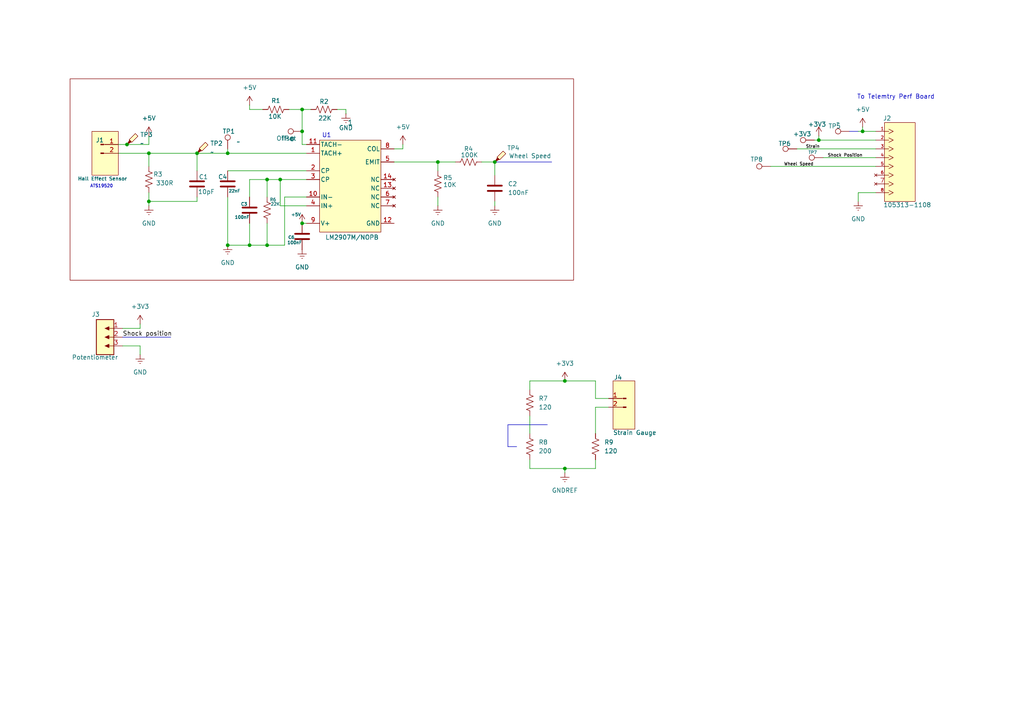
<source format=kicad_sch>
(kicad_sch (version 20231120) (generator "eeschema") (generator_version "8.0")
  (paper "A4")
  (lib_symbols
    (symbol "Conn_01x02_Pin_1" (pin_names (offset 1.016) hide)
      (property "Reference" "J4" (at 3.556 -8.636 0))
      (property "Value" "Strain Gauge" (at 3.81 7.366 0))
      (symbol "Conn_01x02_Pin_1_1_1"
        (polyline (pts (xy 1.27 -2.54) (xy 0.8636 -2.54)) (stroke (width 0.1524)))
        (polyline (pts (xy 1.27 0) (xy 0.8636 0)) (stroke (width 0.1524)))
        (rectangle (start 0.8636 -2.413) (end 0 -2.667) (stroke (width 0.1524)) (fill (type outline)))
        (rectangle (start 0.8636 0.127) (end 0 -0.127) (stroke (width 0.1524)) (fill (type outline)))
        (pin passive line (at 5.08 -2.54 180) (length 3.81) (name "Pin_2") (number "1"))
        (pin passive line (at 5.08 0 180) (length 3.81) (name "Pin_1") (number "2"))
      )
    )
    (symbol "Connector:Conn_01x02_Pin" (pin_names (offset 1.016) hide)
      (property "Reference" "J1" (at -0.254 1.27 0))
      (property "Value" "Hall Effect Sensor" (at -0.254 -4.572 0))
      (symbol "Conn_01x02_Pin_1_1"
        (rectangle (start -2.54 3.81) (end 5.08 -8.89) (fill (type background)))
        (polyline (pts (xy 1.27 -2.54) (xy 0.8636 -2.54)) (stroke (width 0.1524)))
        (polyline (pts (xy 1.27 0) (xy 0.8636 0)) (stroke (width 0.1524)))
        (rectangle (start 0.8636 -2.413) (end 0 -2.667) (stroke (width 0.1524)) (fill (type outline)))
        (rectangle (start 0.8636 0.127) (end 0 -0.127) (stroke (width 0.1524)) (fill (type outline)))
        (pin passive line (at 5.08 0 180) (length 3.81) (name "Pin_1") (number "1"))
        (pin passive line (at 5.08 -2.54 180) (length 3.81) (name "Pin_2") (number "2"))
      )
    )
    (symbol "Connector:Conn_01x08_Pin" (pin_names (offset 1.016) hide)
      (property "Reference" "J2" (at 8.382 11.43 0))
      (property "Value" "105313-1108" (at 3.81 -15.24 0))
      (symbol "Conn_01x08_Pin_1_1"
        (rectangle (start 7.62 10.16) (end 16.51 -12.7) (fill (type background)))
        (pin passive clock (at 5.08 7.62 0) (length 3.81) (name "Pin_1") (number "1"))
        (pin passive clock (at 5.08 5.08 0) (length 3.81) (name "Pin_2") (number "2"))
        (pin passive clock (at 5.08 2.54 0) (length 3.81) (name "Pin_3") (number "3"))
        (pin passive clock (at 5.08 0 0) (length 3.81) (name "Pin_4") (number "4"))
        (pin passive clock (at 5.08 -2.54 0) (length 3.81) (name "Pin_5") (number "5"))
        (pin no_connect clock (at 5.08 -5.08 0) (length 3.81) (name "Pin_6") (number "6"))
        (pin no_connect clock (at 5.08 -7.62 0) (length 3.81) (name "Pin_7") (number "7"))
        (pin passive clock (at 5.08 -10.16 0) (length 3.81) (name "Pin_8") (number "8"))
      )
    )
    (symbol "Connector:TestPoint" (pin_numbers hide) (pin_names (offset 0.762) hide)
      (property "Reference" "TP" (at 0 6.858 0))
      (property "Value" "TestPoint" (at 0 5.08 0))
      (symbol "TestPoint_0_1"
        (circle (center 0 3.302) (radius 0.762))
      )
      (symbol "TestPoint_1_1"
        (pin passive line (at 0 0 90) (length 2.54) (name "1") (number "1"))
      )
    )
    (symbol "Connector:TestPoint_Probe" (pin_numbers hide) (pin_names (offset 0.762) hide)
      (property "Reference" "TP" (at 1.651 5.842 0))
      (property "Value" "TestPoint_Probe" (at 1.651 4.064 0))
      (symbol "TestPoint_Probe_0_1"
        (polyline (pts (xy 1.27 0.762) (xy 0 0) (xy 0.762 1.27) (xy 1.27 0.762)) (fill (type outline)))
        (polyline (pts (xy 1.397 0.635) (xy 0.635 1.397) (xy 2.413 3.175) (xy 3.175 2.413) (xy 1.397 0.635)) (fill (type background)))
      )
      (symbol "TestPoint_Probe_1_1"
        (pin passive line (at 0 0 90) (length 0) (name "1") (number "1"))
      )
    )
    (symbol "Device:C" (pin_numbers hide) (pin_names (offset 0.254))
      (property "Reference" "C" (at 0.635 2.54 0))
      (property "Value" "C" (at 0.635 -2.54 0))
      (symbol "C_0_1"
        (polyline (pts (xy -2.032 -0.762) (xy 2.032 -0.762)) (stroke (width 0.508)))
        (polyline (pts (xy -2.032 0.762) (xy 2.032 0.762)) (stroke (width 0.508)))
      )
      (symbol "C_1_1"
        (pin passive line (at 0 3.81 270) (length 2.794) (name "~") (number "1"))
        (pin passive line (at 0 -3.81 90) (length 2.794) (name "~") (number "2"))
      )
    )
    (symbol "Device:R_Potentiometer" (pin_names (offset 1.016) hide)
      (property "Reference" "J3" (at -2.794 7.874 0))
      (property "Value" "R_Potentiometer" (at 2.54 -4.572 0))
      (symbol "R_Potentiometer_0_1"
        (polyline (pts (xy -1.27 -1.27) (xy -0.127 -0.762) (xy -0.127 -1.778) (xy -1.27 -1.27)) (fill (type outline)))
        (polyline (pts (xy -1.27 1.27) (xy -0.127 1.778) (xy -0.127 0.762) (xy -1.27 1.27)) (fill (type outline)))
        (polyline (pts (xy -1.27 3.81) (xy -0.127 4.318) (xy -0.127 3.302) (xy -1.27 3.81)) (fill (type outline)))
      )
      (symbol "R_Potentiometer_1_1"
        (rectangle (start -3.81 6.35) (end 1.27 -3.81) (stroke (width 0.254)) (fill (type background)))
        (pin passive line (at 3.81 3.81 180) (length 3.81) (name "1") (number "1"))
        (pin passive line (at 3.81 1.27 180) (length 3.81) (name "2") (number "2"))
        (pin passive line (at 3.81 -1.27 180) (length 3.81) (name "3") (number "3"))
      )
    )
    (symbol "Device:R_US" (pin_numbers hide) (pin_names (offset 0))
      (property "Reference" "R" (at 2.54 0 90))
      (property "Value" "R_US" (at -2.54 0 90))
      (symbol "R_US_0_1"
        (polyline (pts (xy 0 -2.286) (xy 0 -2.54)))
        (polyline (pts (xy 0 2.286) (xy 0 2.54)))
        (polyline (pts (xy 0 -0.762) (xy 1.016 -1.143) (xy 0 -1.524) (xy -1.016 -1.905) (xy 0 -2.286)))
        (polyline (pts (xy 0 0.762) (xy 1.016 0.381) (xy 0 0) (xy -1.016 -0.381) (xy 0 -0.762)))
        (polyline (pts (xy 0 2.286) (xy 1.016 1.905) (xy 0 1.524) (xy -1.016 1.143) (xy 0 0.762)))
      )
      (symbol "R_US_1_1"
        (pin passive line (at 0 3.81 270) (length 1.27) (name "~") (number "1"))
        (pin passive line (at 0 -3.81 90) (length 1.27) (name "~") (number "2"))
      )
    )
    (symbol "FS_3_Global_Symbol_Library:LM2907M_NOPB" (pin_names (offset 0.254))
      (property "Value" "LM2907M/NOPB" (at 8.636 -5.334 0))
      (symbol "LM2907M_NOPB_1_1"
        (rectangle (start 0 22.86) (end 17.78 -3.81) (fill (type background)))
        (pin input line (at -3.81 19.05 0) (length 3.81) (name "TACH+") (number "1"))
        (pin input line (at -3.81 6.35 0) (length 3.81) (name "IN-") (number "10"))
        (pin input line (at -3.81 21.59 0) (length 3.81) (name "TACH-") (number "11"))
        (pin power_in line (at 21.59 -1.27 180) (length 3.81) (name "GND") (number "12"))
        (pin no_connect line (at 21.59 8.89 180) (length 3.81) (name "NC") (number "13"))
        (pin no_connect line (at 21.59 11.43 180) (length 3.81) (name "NC") (number "14"))
        (pin passive line (at -3.81 13.97 0) (length 3.81) (name "CP") (number "2"))
        (pin passive line (at -3.81 11.43 0) (length 3.81) (name "CP") (number "3"))
        (pin passive line (at -3.81 3.81 0) (length 3.81) (name "IN+") (number "4"))
        (pin passive line (at 21.59 16.51 180) (length 3.81) (name "EMIT") (number "5"))
        (pin no_connect line (at 21.59 6.35 180) (length 3.81) (name "NC") (number "6"))
        (pin no_connect line (at 21.59 3.81 180) (length 3.81) (name "NC") (number "7"))
        (pin passive line (at 21.59 20.32 180) (length 3.81) (name "COL") (number "8"))
        (pin power_in line (at -3.81 -1.27 0) (length 3.81) (name "V+") (number "9"))
      )
    )
    (symbol "power:+3V3" (power) (pin_numbers hide) (pin_names (offset 0) hide)
      (property "Value" "+3V3" (at 0 3.556 0))
      (symbol "+3V3_0_1"
        (polyline (pts (xy -0.762 1.27) (xy 0 2.54)))
        (polyline (pts (xy 0 0) (xy 0 2.54)))
        (polyline (pts (xy 0 2.54) (xy 0.762 1.27)))
      )
      (symbol "+3V3_1_1"
        (pin power_in line (at 0 0 90) (length 0) (name "~") (number "1"))
      )
    )
    (symbol "power:+5V" (power) (pin_numbers hide) (pin_names (offset 0) hide)
      (property "Value" "+5V" (at 0 3.556 0))
      (symbol "+5V_0_1"
        (polyline (pts (xy -0.762 1.27) (xy 0 2.54)))
        (polyline (pts (xy 0 0) (xy 0 2.54)))
        (polyline (pts (xy 0 2.54) (xy 0.762 1.27)))
      )
      (symbol "+5V_1_1"
        (pin power_in line (at 0 0 90) (length 0) (name "~") (number "1"))
      )
    )
    (symbol "power:GNDREF" (power) (pin_numbers hide) (pin_names (offset 0) hide)
      (property "Value" "GNDREF" (at 0 -3.81 0))
      (symbol "GNDREF_0_1"
        (polyline (pts (xy -0.635 -1.905) (xy 0.635 -1.905)))
        (polyline (pts (xy -0.127 -2.54) (xy 0.127 -2.54)))
        (polyline (pts (xy 0 -1.27) (xy 0 0)))
        (polyline (pts (xy 1.27 -1.27) (xy -1.27 -1.27)))
      )
      (symbol "GNDREF_1_1"
        (pin power_in line (at 0 0 270) (length 0) (name "~") (number "1"))
      )
    )
  )
  (junction (at 87.63 38.1))
  (junction (at 66.04 44.45))
  (junction (at 77.47 52.07))
  (junction (at 87.63 64.77))
  (junction (at 43.18 58.42))
  (junction (at 36.83 41.91))
  (junction (at 72.39 71.12))
  (junction (at 66.04 71.12))
  (junction (at 43.18 44.45))
  (junction (at 81.28 52.07))
  (junction (at 163.83 110.49))
  (junction (at 87.63 31.75))
  (junction (at 250.19 38.1))
  (junction (at 143.51 46.99))
  (junction (at 163.83 135.89))
  (junction (at 127 46.99))
  (junction (at 57.15 44.45))
  (junction (at 237.49 40.64))
  (junction (at 77.47 71.12))
  (wire (pts (xy 57.15 44.45) (xy 66.04 44.45)))
  (wire (pts (xy 153.67 110.49) (xy 153.67 113.03)))
  (wire (pts (xy 254 40.64) (xy 237.49 40.64)))
  (wire (pts (xy 43.18 39.37) (xy 43.18 41.91)))
  (wire (pts (xy 77.47 64.77) (xy 77.47 71.12)))
  (wire (pts (xy 143.51 58.42) (xy 143.51 59.69)))
  (polyline (pts (xy 147.32 123.19) (xy 158.75 123.19)))
  (wire (pts (xy 127 57.15) (xy 127 59.69)))
  (polyline (pts (xy 147.32 123.19) (xy 147.32 129.54)))
  (wire (pts (xy 87.63 41.91) (xy 87.63 38.1)))
  (wire (pts (xy 72.39 52.07) (xy 72.39 57.15)))
  (wire (pts (xy 76.2 31.75) (xy 72.39 31.75)))
  (wire (pts (xy 163.83 110.49) (xy 153.67 110.49)))
  (wire (pts (xy 143.51 46.99) (xy 139.7 46.99)))
  (wire (pts (xy 176.53 118.11) (xy 172.72 118.11)))
  (wire (pts (xy 153.67 120.65) (xy 153.67 125.73)))
  (wire (pts (xy 88.9 59.69) (xy 81.28 59.69)))
  (wire (pts (xy 36.83 41.91) (xy 34.29 41.91)))
  (wire (pts (xy 127 46.99) (xy 127 49.53)))
  (wire (pts (xy 248.92 38.1) (xy 250.19 38.1)))
  (wire (pts (xy 237.49 40.64) (xy 237.49 39.37)))
  (wire (pts (xy 116.84 41.91) (xy 116.84 43.18)))
  (wire (pts (xy 72.39 31.75) (xy 72.39 30.48)))
  (wire (pts (xy 77.47 71.12) (xy 82.55 71.12)))
  (wire (pts (xy 40.64 100.33) (xy 40.64 102.87)))
  (wire (pts (xy 127 46.99) (xy 132.08 46.99)))
  (wire (pts (xy 77.47 71.12) (xy 72.39 71.12)))
  (wire (pts (xy 88.9 41.91) (xy 87.63 41.91)))
  (wire (pts (xy 72.39 71.12) (xy 66.04 71.12)))
  (wire (pts (xy 176.53 115.57) (xy 172.72 115.57)))
  (wire (pts (xy 143.51 50.8) (xy 143.51 46.99)))
  (polyline (pts (xy 246.38 38.1) (xy 248.92 38.1)))
  (wire (pts (xy 77.47 52.07) (xy 81.28 52.07)))
  (wire (pts (xy 87.63 31.75) (xy 90.17 31.75)))
  (wire (pts (xy 43.18 58.42) (xy 43.18 59.69)))
  (wire (pts (xy 250.19 38.1) (xy 250.19 36.83)))
  (wire (pts (xy 87.63 64.77) (xy 88.9 64.77)))
  (wire (pts (xy 66.04 57.15) (xy 66.04 71.12)))
  (wire (pts (xy 248.92 55.88) (xy 248.92 58.42)))
  (wire (pts (xy 100.33 31.75) (xy 100.33 33.02)))
  (wire (pts (xy 43.18 41.91) (xy 36.83 41.91)))
  (wire (pts (xy 57.15 58.42) (xy 43.18 58.42)))
  (wire (pts (xy 153.67 135.89) (xy 163.83 135.89)))
  (wire (pts (xy 43.18 48.26) (xy 43.18 44.45)))
  (wire (pts (xy 57.15 44.45) (xy 57.15 49.53)))
  (wire (pts (xy 43.18 44.45) (xy 57.15 44.45)))
  (wire (pts (xy 40.64 93.98) (xy 40.64 95.25)))
  (wire (pts (xy 163.83 135.89) (xy 163.83 137.16)))
  (wire (pts (xy 40.64 95.25) (xy 35.56 95.25)))
  (wire (pts (xy 43.18 44.45) (xy 34.29 44.45)))
  (wire (pts (xy 254 38.1) (xy 250.19 38.1)))
  (wire (pts (xy 57.15 57.15) (xy 57.15 58.42)))
  (wire (pts (xy 236.22 40.64) (xy 237.49 40.64)))
  (polyline (pts (xy 147.32 129.54) (xy 149.86 129.54)))
  (wire (pts (xy 43.18 55.88) (xy 43.18 58.42)))
  (wire (pts (xy 114.3 46.99) (xy 127 46.99)))
  (polyline (pts (xy 35.56 97.79) (xy 49.53 97.79)))
  (wire (pts (xy 238.76 45.72) (xy 254 45.72)))
  (wire (pts (xy 77.47 52.07) (xy 77.47 57.15)))
  (wire (pts (xy 172.72 110.49) (xy 163.83 110.49)))
  (wire (pts (xy 35.56 100.33) (xy 40.64 100.33)))
  (polyline (pts (xy 143.51 46.99) (xy 160.02 46.99)))
  (wire (pts (xy 97.79 31.75) (xy 100.33 31.75)))
  (wire (pts (xy 231.14 43.18) (xy 254 43.18)))
  (wire (pts (xy 254 55.88) (xy 248.92 55.88)))
  (wire (pts (xy 72.39 64.77) (xy 72.39 71.12)))
  (wire (pts (xy 82.55 57.15) (xy 82.55 71.12)))
  (wire (pts (xy 66.04 49.53) (xy 88.9 49.53)))
  (wire (pts (xy 81.28 52.07) (xy 81.28 59.69)))
  (wire (pts (xy 172.72 118.11) (xy 172.72 125.73)))
  (wire (pts (xy 153.67 133.35) (xy 153.67 135.89)))
  (wire (pts (xy 83.82 31.75) (xy 87.63 31.75)))
  (wire (pts (xy 66.04 44.45) (xy 88.9 44.45)))
  (wire (pts (xy 223.52 48.26) (xy 254 48.26)))
  (wire (pts (xy 116.84 43.18) (xy 114.3 43.18)))
  (wire (pts (xy 81.28 52.07) (xy 88.9 52.07)))
  (wire (pts (xy 163.83 135.89) (xy 172.72 135.89)))
  (wire (pts (xy 66.04 44.45) (xy 66.04 43.18)))
  (wire (pts (xy 172.72 115.57) (xy 172.72 110.49)))
  (wire (pts (xy 87.63 31.75) (xy 87.63 38.1)))
  (wire (pts (xy 172.72 133.35) (xy 172.72 135.89)))
  (wire (pts (xy 77.47 52.07) (xy 72.39 52.07)))
  (wire (pts (xy 88.9 57.15) (xy 82.55 57.15)))
  (rectangle (start 177.8 110.49) (end 184.15 124.46) (stroke (width 0) (color 132 0 0 1)) (fill (type color) (color 255 255 194 1)))
  (rectangle (start 20.32 22.86) (end 166.37 81.28) (stroke (width 0) (color 132 0 0 1)))
  (text "ATS19520" (at 29.464 54.102 0) (effects (font (size 0.889 0.889))))
  (text "To Telemtry Perf Board\n" (at 259.842 28.194 0) (effects (font (size 1.27 1.27))))
  (text "U1" (at 94.742 39.37 0) (effects (font (size 1.27 1.27))))
  (label "Shock Position" (at 240.03 45.72 0) (effects (font (size 0.889 0.889))))
  (label "Strain" (at 233.68 43.18 0) (effects (font (size 0.889 0.889))))
  (label "Shock position" (at 35.56 97.79 0))
  (label "Wheel Speed" (at 227.33 48.26 0) (effects (font (size 0.889 0.889))))
  (symbol (lib_id "Connector:TestPoint") (at 66.04 43.18 0) (unit 1)
    (property "Reference" "TP1" (at 64.516 38.1 0) (effects (justify left)))
    (property "Value" "~" (at 68.58 41.1479 0) (effects (justify left)))
    (property "Description" "test point" (effects (hide yes)))
  )
  (symbol (lib_id "power:+5V") (at 116.84 41.91 0) (unit 1)
    (property "Reference" "#PWR05" (effects (hide yes)))
    (property "Value" "+5V" (at 116.84 36.83 0))
    (property "Description" "Power symbol creates a global label with name \"+5V\"" (effects (hide yes)))
  )
  (symbol (lib_id "power:+3V3") (at 163.83 110.49 0) (unit 1)
    (property "Reference" "#PWR016" (effects (hide yes)))
    (property "Value" "+3V3" (at 163.83 105.41 0))
    (property "Description" "Power symbol creates a global label with name \"+3V3\"" (effects (hide yes)))
  )
  (symbol (lib_id "Device:R_US") (at 93.98 31.75 90) (unit 1)
    (property "Reference" "R2" (at 93.98 29.464 90))
    (property "Value" "10K" (at 79.756 33.782 90))
    (property "Description" "Resistor, US symbol" (effects (hide yes)))
  )
  (symbol (lib_id "power:GNDREF") (at 127 59.69 0) (unit 1)
    (property "Reference" "#PWR06" (effects (hide yes)))
    (property "Value" "GND" (at 127 64.77 0))
    (property "Description" "Power symbol creates a global label with name \"GNDREF\" , reference supply ground" (effects (hide yes)))
  )
  (symbol (lib_id "Device:C") (at 72.39 60.96 0) (unit 1)
    (property "Reference" "C3" (at 69.85 59.182 0) (effects (font (size 0.889 0.889)) (justify left)))
    (property "Value" "100nF" (at 68.072 62.992 0) (effects (font (size 0.889 0.889)) (justify left)))
    (property "Description" "Unpolarized capacitor" (effects (hide yes)))
  )
  (symbol (lib_id "Device:R_US") (at 77.47 60.96 0) (unit 1)
    (property "Reference" "R6" (at 78.232 57.912 0) (effects (font (size 0.889 0.889)) (justify left)))
    (property "Value" "22K" (at 78.486 59.182 0) (effects (font (size 0.889 0.889)) (justify left)))
    (property "Description" "Resistor, US symbol" (effects (hide yes)))
  )
  (symbol (lib_id "Connector:TestPoint") (at 236.22 40.64 90) (unit 1)
    (property "Reference" "+3V3" (at 232.664 38.862 90))
    (property "Value" "TestPoint" (effects (hide yes)))
    (property "Description" "test point" (effects (hide yes)))
  )
  (symbol (lib_id "Connector:TestPoint") (at 87.63 38.1 90) (unit 1)
    (property "Reference" "TP@" (at 83.566 40.132 90))
    (property "Value" "Offset" (at 83.058 40.132 90))
    (property "Description" "test point" (effects (hide yes)))
  )
  (symbol (lib_id "power:GNDREF") (at 66.04 71.12 0) (unit 1)
    (property "Reference" "#PWR010" (effects (hide yes)))
    (property "Value" "GND" (at 66.04 76.2 0))
    (property "Description" "Power symbol creates a global label with name \"GNDREF\" , reference supply ground" (effects (hide yes)))
  )
  (symbol (lib_id "Device:C") (at 57.15 53.34 0) (unit 1)
    (property "Reference" "C1" (at 57.658 51.308 0) (effects (justify left)))
    (property "Value" "10pF" (at 57.404 55.626 0) (effects (justify left)))
    (property "Description" "Unpolarized capacitor" (effects (hide yes)))
  )
  (symbol (lib_id "Device:R_US") (at 172.72 129.54 0) (unit 1)
    (property "Reference" "R9" (at 175.26 128.2699 0) (effects (justify left)))
    (property "Value" "120" (at 175.26 130.8099 0) (effects (justify left)))
    (property "Description" "Resistor, US symbol" (effects (hide yes)))
  )
  (symbol (lib_id "Connector:Conn_01x08_Pin") (at 248.92 45.72 0) (unit 1)
    (property "Reference" "J2" (at 257.302 34.29 0))
    (property "Value" "105313-1108" (at 263.144 59.436 0))
  )
  (symbol (lib_id "Connector:TestPoint") (at 223.52 48.26 90) (unit 1)
    (property "Reference" "TP8" (at 219.456 46.228 90))
    (property "Value" "TestPoint" (effects (hide yes)))
    (property "Description" "test point" (effects (hide yes)))
  )
  (symbol (lib_id "power:+5V") (at 87.63 64.77 0) (unit 1)
    (property "Reference" "#PWR08" (effects (hide yes)))
    (property "Value" "+5V" (at 85.852 62.23 0) (effects (font (size 0.889 0.889))))
    (property "Description" "Power symbol creates a global label with name \"+5V\"" (effects (hide yes)))
  )
  (symbol (lib_id "Device:R_US") (at 43.18 52.07 0) (unit 1)
    (property "Reference" "R3" (at 44.45 50.546 0) (effects (justify left)))
    (property "Value" "330R" (at 45.212 53.086 0) (effects (justify left)))
    (property "Description" "Resistor, US symbol" (effects (hide yes)))
  )
  (symbol (lib_id "Device:C") (at 66.04 53.34 0) (unit 1)
    (property "Reference" "C4" (at 63.246 51.308 0) (effects (justify left)))
    (property "Value" "22nF" (at 66.294 55.372 0) (effects (font (size 0.889 0.889)) (justify left)))
    (property "Description" "Unpolarized capacitor" (effects (hide yes)))
  )
  (symbol (lib_id "Connector:TestPoint") (at 231.14 43.18 90) (unit 1)
    (property "Reference" "TP6" (at 227.584 41.656 90))
    (property "Value" "TestPoint" (effects (hide yes)))
    (property "Description" "test point" (effects (hide yes)))
  )
  (symbol (lib_id "Device:R_US") (at 135.89 46.99 90) (unit 1)
    (property "Reference" "R4" (at 135.89 43.18 90))
    (property "Value" "100K" (at 136.144 44.958 90))
    (property "Description" "Resistor, US symbol" (effects (hide yes)))
  )
  (symbol (lib_id "power:GNDREF") (at 43.18 59.69 0) (unit 1)
    (property "Reference" "#PWR02" (effects (hide yes)))
    (property "Value" "GND" (at 43.18 64.77 0))
    (property "Description" "Power symbol creates a global label with name \"GNDREF\" , reference supply ground" (effects (hide yes)))
  )
  (symbol (lib_name "Conn_01x02_Pin_1") (lib_id "Connector:Conn_01x02_Pin") (at 181.61 118.11 180) (unit 1)
    (property "Reference" "J4" (at 178.054 109.474 0) (effects (justify right)))
    (property "Value" "Strain Gauge" (at 177.8 125.476 0) (effects (justify right)))
    (property "Description" "Generic connector, single row, 01x02, script generated" (effects (hide yes)))
  )
  (symbol (lib_id "Device:R_US") (at 127 53.34 0) (unit 1)
    (property "Reference" "R5" (at 128.524 51.562 0) (effects (justify left)))
    (property "Value" "10K" (at 128.524 53.594 0) (effects (justify left)))
    (property "Description" "Resistor, US symbol" (effects (hide yes)))
  )
  (symbol (lib_id "power:GNDREF") (at 40.64 102.87 0) (unit 1)
    (property "Reference" "#PWR012" (effects (hide yes)))
    (property "Value" "GND" (at 40.64 107.95 0))
    (property "Description" "Power symbol creates a global label with name \"GNDREF\" , reference supply ground" (effects (hide yes)))
  )
  (symbol (lib_id "power:GNDREF") (at 143.51 59.69 0) (unit 1)
    (property "Reference" "#PWR07" (effects (hide yes)))
    (property "Value" "GND" (at 143.51 64.77 0))
    (property "Description" "Power symbol creates a global label with name \"GNDREF\" , reference supply ground" (effects (hide yes)))
  )
  (symbol (lib_id "Connector:TestPoint") (at 238.76 45.72 90) (unit 1)
    (property "Reference" "TP7" (at 235.712 44.196 90) (effects (font (size 0.889 0.889))))
    (property "Value" "TestPoint" (effects (hide yes)))
    (property "Description" "test point" (effects (hide yes)))
  )
  (symbol (lib_id "power:GNDREF") (at 100.33 33.02 0) (unit 1)
    (property "Reference" "#PWR04" (effects (hide yes)))
    (property "Value" "GND" (at 100.33 37.084 0))
    (property "Description" "Power symbol creates a global label with name \"GNDREF\" , reference supply ground" (effects (hide yes)))
  )
  (symbol (lib_id "Device:R_US") (at 153.67 129.54 0) (unit 1)
    (property "Reference" "R8" (at 156.21 128.2699 0) (effects (justify left)))
    (property "Value" "200" (at 156.21 130.8099 0) (effects (justify left)))
    (property "Description" "Resistor, US symbol" (effects (hide yes)))
  )
  (symbol (lib_id "Connector:TestPoint") (at 246.38 38.1 90) (unit 1)
    (property "Reference" "TP5" (at 242.062 36.576 90))
    (property "Value" "~" (at 243.078 35.56 90))
    (property "Description" "test point" (effects (hide yes)))
  )
  (symbol (lib_id "power:GNDREF") (at 163.83 137.16 0) (unit 1)
    (property "Reference" "#PWR017" (effects (hide yes)))
    (property "Value" "GNDREF" (at 163.83 142.24 0))
    (property "Description" "Power symbol creates a global label with name \"GNDREF\" , reference supply ground" (effects (hide yes)))
  )
  (symbol (lib_id "Device:R_US") (at 80.01 31.75 270) (unit 1)
    (property "Reference" "R1" (at 80.01 29.21 90))
    (property "Value" "22K" (at 94.234 34.29 90))
    (property "Description" "Resistor, US symbol" (effects (hide yes)))
  )
  (symbol (lib_id "power:+5V") (at 43.18 39.37 0) (unit 1)
    (property "Reference" "#PWR01" (effects (hide yes)))
    (property "Value" "+5V" (at 43.18 34.29 0))
    (property "Description" "Power symbol creates a global label with name \"+5V\"" (effects (hide yes)))
  )
  (symbol (lib_id "Device:C") (at 87.63 68.58 0) (unit 1)
    (property "Reference" "C6" (at 83.566 68.834 0) (effects (font (size 0.889 0.889)) (justify left)))
    (property "Value" "100nF" (at 83.312 70.358 0) (effects (font (size 0.889 0.889)) (justify left)))
    (property "Description" "Unpolarized capacitor" (effects (hide yes)))
  )
  (symbol (lib_id "FS_3_Global_Symbol_Library:LM2907M_NOPB") (at 92.71 63.5 0) (unit 1)
    (property "Reference" "1" (at 101.6 35.56 0) (effects (font (size 1.524 1.524))))
    (property "Value" "LM2907M/NOPB" (at 102.108 68.834 0))
  )
  (symbol (lib_id "Connector:Conn_01x02_Pin") (at 29.21 41.91 0) (unit 1)
    (property "Reference" "J1" (at 28.956 40.64 0))
    (property "Value" "Hall Effect Sensor" (at 29.718 51.816 0) (effects (font (size 1.016 1.016))))
    (property "Description" "Generic connector, single row, 01x02, script generated" (effects (hide yes)))
  )
  (symbol (lib_id "power:+3V3") (at 40.64 93.98 0) (unit 1)
    (property "Reference" "#PWR011" (effects (hide yes)))
    (property "Value" "+3V3" (at 40.64 88.9 0))
    (property "Description" "Power symbol creates a global label with name \"+3V3\"" (effects (hide yes)))
  )
  (symbol (lib_id "Device:R_US") (at 153.67 116.84 0) (unit 1)
    (property "Reference" "R7" (at 156.21 115.5699 0) (effects (justify left)))
    (property "Value" "120" (at 156.21 118.1099 0) (effects (justify left)))
    (property "Description" "Resistor, US symbol" (effects (hide yes)))
  )
  (symbol (lib_id "power:+3V3") (at 237.49 39.37 0) (unit 1)
    (property "Reference" "#PWR014" (effects (hide yes)))
    (property "Value" "+3V3" (at 236.982 36.068 0))
    (property "Description" "Power symbol creates a global label with name \"+3V3\"" (effects (hide yes)))
  )
  (symbol (lib_id "Connector:TestPoint_Probe") (at 36.83 41.91 0) (unit 1)
    (property "Reference" "TP3" (at 40.64 39.0524 0) (effects (justify left)))
    (property "Value" "~" (at 40.64 41.5924 0) (effects (justify left)))
    (property "Description" "test point (alternative probe-style design)" (effects (hide yes)))
  )
  (symbol (lib_id "power:+5V") (at 250.19 36.83 0) (unit 1)
    (property "Reference" "#PWR013" (effects (hide yes)))
    (property "Value" "+5V" (at 250.19 31.75 0))
    (property "Description" "Power symbol creates a global label with name \"+5V\"" (effects (hide yes)))
  )
  (symbol (lib_id "Connector:TestPoint_Probe") (at 57.15 44.45 0) (unit 1)
    (property "Reference" "TP2" (at 60.96 41.5924 0) (effects (justify left)))
    (property "Value" "~" (at 60.96 44.1324 0) (effects (justify left)))
    (property "Description" "test point (alternative probe-style design)" (effects (hide yes)))
  )
  (symbol (lib_id "Device:C") (at 143.51 54.61 0) (unit 1)
    (property "Reference" "C2" (at 147.32 53.3399 0) (effects (justify left)))
    (property "Value" "100nF" (at 147.32 55.8799 0) (effects (justify left)))
    (property "Description" "Unpolarized capacitor" (effects (hide yes)))
  )
  (symbol (lib_id "power:GNDREF") (at 87.63 72.39 0) (unit 1)
    (property "Reference" "#PWR09" (effects (hide yes)))
    (property "Value" "GND" (at 87.63 77.47 0))
    (property "Description" "Power symbol creates a global label with name \"GNDREF\" , reference supply ground" (effects (hide yes)))
  )
  (symbol (lib_id "power:+5V") (at 72.39 30.48 0) (unit 1)
    (property "Reference" "#PWR03" (effects (hide yes)))
    (property "Value" "+5V" (at 72.39 25.4 0))
    (property "Description" "Power symbol creates a global label with name \"+5V\"" (effects (hide yes)))
  )
  (symbol (lib_id "power:GNDREF") (at 248.92 58.42 0) (unit 1)
    (property "Reference" "#PWR015" (effects (hide yes)))
    (property "Value" "GND" (at 248.92 63.5 0))
    (property "Description" "Power symbol creates a global label with name \"GNDREF\" , reference supply ground" (effects (hide yes)))
  )
  (symbol (lib_id "Device:R_Potentiometer") (at 31.75 99.06 0) (unit 1)
    (property "Reference" "J3" (at 28.956 91.186 0) (effects (justify right)))
    (property "Value" "Potentiometer" (at 34.29 103.632 0) (effects (justify right)))
    (property "Description" "Potentiometer" (effects (hide yes)))
  )
  (symbol (lib_id "Connector:TestPoint_Probe") (at 143.51 46.99 0) (unit 1)
    (property "Reference" "TP4" (at 147.066 42.926 0) (effects (justify left)))
    (property "Value" "Wheel Speed" (at 147.574 45.212 0) (effects (justify left)))
    (property "Description" "test point (alternative probe-style design)" (effects (hide yes)))
  )
)
</source>
